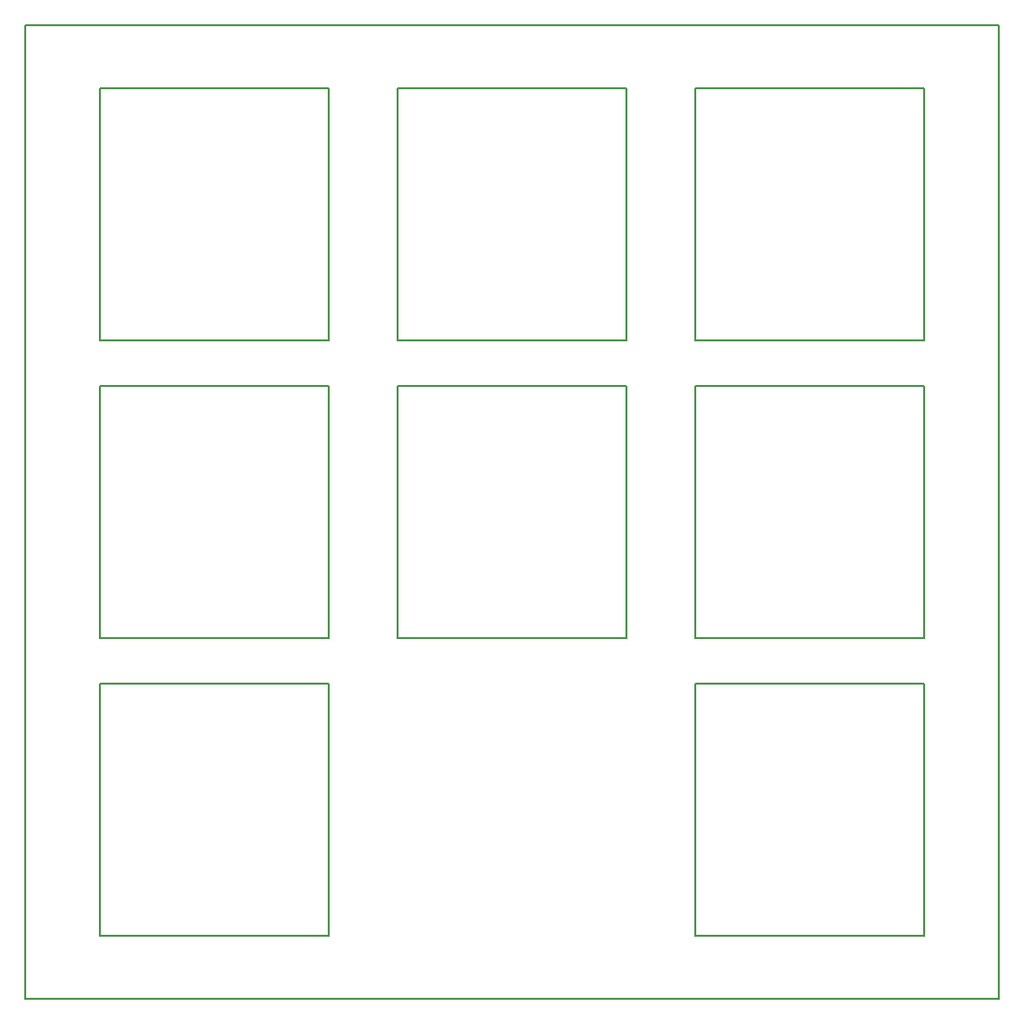
<source format=gbr>
G04 EasyPC Gerber Version 20.0.2 Build 4112 *
%FSLAX35Y35*%
%MOIN*%
%ADD74C,0.00500*%
X0Y0D02*
D02*
D74*
X250Y4157D02*
X334896D01*
Y338803*
X250*
Y4157*
X25841Y25811D02*
X104581D01*
Y112425*
X25841*
Y25811*
Y128173D02*
X104581D01*
Y214787*
X25841*
Y128173*
Y230535D02*
X104581D01*
Y317150*
X25841*
Y230535*
X128203Y128173D02*
X206943D01*
Y214787*
X128203*
Y128173*
Y230535D02*
X206943D01*
Y317150*
X128203*
Y230535*
X230565Y25811D02*
X309305D01*
Y112425*
X230565*
Y25811*
Y128173D02*
X309305D01*
Y214787*
X230565*
Y128173*
Y230535D02*
X309305D01*
Y317150*
X230565*
Y230535*
X0Y0D02*
M02*

</source>
